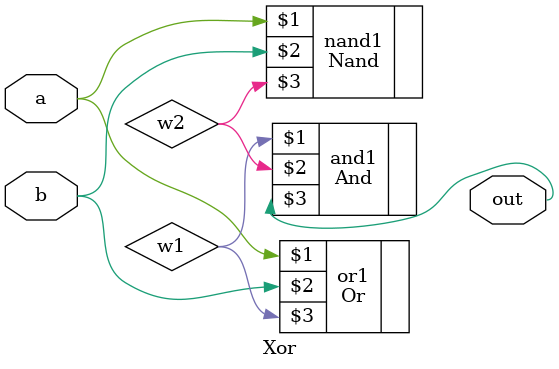
<source format=v>
`ifndef XOR_V
`define XOR_V
`include "or.v"
`include "and.v"
`include "nand.v"

module Xor(input a, b, output out);
    wire w1, w2;
    Or or1(a, b, w1);
    Nand nand1(a, b, w2);
    And and1(w1, w2, out);
endmodule
`endif
</source>
